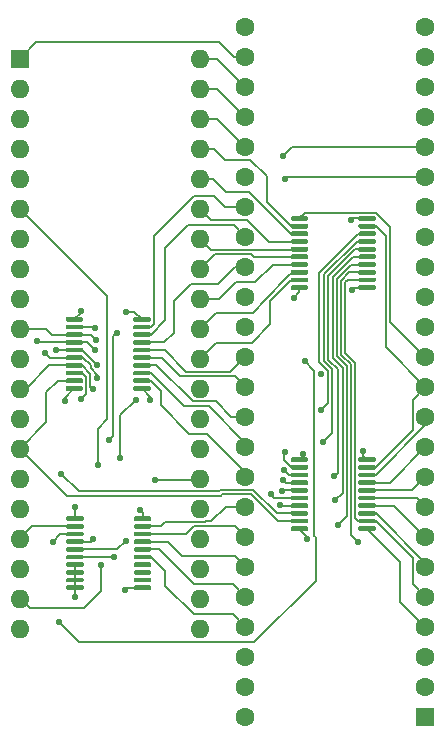
<source format=gtl>
G04 #@! TF.GenerationSoftware,KiCad,Pcbnew,(5.1.8)-1*
G04 #@! TF.CreationDate,2022-03-12T16:36:43-08:00*
G04 #@! TF.ProjectId,MCLZ8_PCB,4d434c5a-385f-4504-9342-2e6b69636164,rev?*
G04 #@! TF.SameCoordinates,Original*
G04 #@! TF.FileFunction,Copper,L1,Top*
G04 #@! TF.FilePolarity,Positive*
%FSLAX46Y46*%
G04 Gerber Fmt 4.6, Leading zero omitted, Abs format (unit mm)*
G04 Created by KiCad (PCBNEW (5.1.8)-1) date 2022-03-12 16:36:43*
%MOMM*%
%LPD*%
G01*
G04 APERTURE LIST*
G04 #@! TA.AperFunction,ComponentPad*
%ADD10O,1.600000X1.600000*%
G04 #@! TD*
G04 #@! TA.AperFunction,ComponentPad*
%ADD11R,1.600000X1.600000*%
G04 #@! TD*
G04 #@! TA.AperFunction,ComponentPad*
%ADD12C,1.600000*%
G04 #@! TD*
G04 #@! TA.AperFunction,ViaPad*
%ADD13C,0.584200*%
G04 #@! TD*
G04 #@! TA.AperFunction,Conductor*
%ADD14C,0.152400*%
G04 #@! TD*
G04 APERTURE END LIST*
D10*
X174452280Y-57929780D03*
X159212280Y-106189780D03*
X174452280Y-60469780D03*
X159212280Y-103649780D03*
X174452280Y-63009780D03*
X159212280Y-101109780D03*
X174452280Y-65549780D03*
X159212280Y-98569780D03*
X174452280Y-68089780D03*
X159212280Y-96029780D03*
X174452280Y-70629780D03*
X159212280Y-93489780D03*
X174452280Y-73169780D03*
X159212280Y-90949780D03*
X174452280Y-75709780D03*
X159212280Y-88409780D03*
X174452280Y-78249780D03*
X159212280Y-85869780D03*
X174452280Y-80789780D03*
X159212280Y-83329780D03*
X174452280Y-83329780D03*
X159212280Y-80789780D03*
X174452280Y-85869780D03*
X159212280Y-78249780D03*
X174452280Y-88409780D03*
X159212280Y-75709780D03*
X174452280Y-90949780D03*
X159212280Y-73169780D03*
X174452280Y-93489780D03*
X159212280Y-70629780D03*
X174452280Y-96029780D03*
X159212280Y-68089780D03*
X174452280Y-98569780D03*
X159212280Y-65549780D03*
X174452280Y-101109780D03*
X159212280Y-63009780D03*
X174452280Y-103649780D03*
X159212280Y-60469780D03*
X174452280Y-106189780D03*
D11*
X159212280Y-57929780D03*
G04 #@! TA.AperFunction,SMDPad,CuDef*
G36*
G01*
X183604880Y-77201280D02*
X183604880Y-77401280D01*
G75*
G02*
X183504880Y-77501280I-100000J0D01*
G01*
X182229880Y-77501280D01*
G75*
G02*
X182129880Y-77401280I0J100000D01*
G01*
X182129880Y-77201280D01*
G75*
G02*
X182229880Y-77101280I100000J0D01*
G01*
X183504880Y-77101280D01*
G75*
G02*
X183604880Y-77201280I0J-100000D01*
G01*
G37*
G04 #@! TD.AperFunction*
G04 #@! TA.AperFunction,SMDPad,CuDef*
G36*
G01*
X183604880Y-76551280D02*
X183604880Y-76751280D01*
G75*
G02*
X183504880Y-76851280I-100000J0D01*
G01*
X182229880Y-76851280D01*
G75*
G02*
X182129880Y-76751280I0J100000D01*
G01*
X182129880Y-76551280D01*
G75*
G02*
X182229880Y-76451280I100000J0D01*
G01*
X183504880Y-76451280D01*
G75*
G02*
X183604880Y-76551280I0J-100000D01*
G01*
G37*
G04 #@! TD.AperFunction*
G04 #@! TA.AperFunction,SMDPad,CuDef*
G36*
G01*
X183604880Y-75901280D02*
X183604880Y-76101280D01*
G75*
G02*
X183504880Y-76201280I-100000J0D01*
G01*
X182229880Y-76201280D01*
G75*
G02*
X182129880Y-76101280I0J100000D01*
G01*
X182129880Y-75901280D01*
G75*
G02*
X182229880Y-75801280I100000J0D01*
G01*
X183504880Y-75801280D01*
G75*
G02*
X183604880Y-75901280I0J-100000D01*
G01*
G37*
G04 #@! TD.AperFunction*
G04 #@! TA.AperFunction,SMDPad,CuDef*
G36*
G01*
X183604880Y-75251280D02*
X183604880Y-75451280D01*
G75*
G02*
X183504880Y-75551280I-100000J0D01*
G01*
X182229880Y-75551280D01*
G75*
G02*
X182129880Y-75451280I0J100000D01*
G01*
X182129880Y-75251280D01*
G75*
G02*
X182229880Y-75151280I100000J0D01*
G01*
X183504880Y-75151280D01*
G75*
G02*
X183604880Y-75251280I0J-100000D01*
G01*
G37*
G04 #@! TD.AperFunction*
G04 #@! TA.AperFunction,SMDPad,CuDef*
G36*
G01*
X183604880Y-74601280D02*
X183604880Y-74801280D01*
G75*
G02*
X183504880Y-74901280I-100000J0D01*
G01*
X182229880Y-74901280D01*
G75*
G02*
X182129880Y-74801280I0J100000D01*
G01*
X182129880Y-74601280D01*
G75*
G02*
X182229880Y-74501280I100000J0D01*
G01*
X183504880Y-74501280D01*
G75*
G02*
X183604880Y-74601280I0J-100000D01*
G01*
G37*
G04 #@! TD.AperFunction*
G04 #@! TA.AperFunction,SMDPad,CuDef*
G36*
G01*
X183604880Y-73951280D02*
X183604880Y-74151280D01*
G75*
G02*
X183504880Y-74251280I-100000J0D01*
G01*
X182229880Y-74251280D01*
G75*
G02*
X182129880Y-74151280I0J100000D01*
G01*
X182129880Y-73951280D01*
G75*
G02*
X182229880Y-73851280I100000J0D01*
G01*
X183504880Y-73851280D01*
G75*
G02*
X183604880Y-73951280I0J-100000D01*
G01*
G37*
G04 #@! TD.AperFunction*
G04 #@! TA.AperFunction,SMDPad,CuDef*
G36*
G01*
X183604880Y-73301280D02*
X183604880Y-73501280D01*
G75*
G02*
X183504880Y-73601280I-100000J0D01*
G01*
X182229880Y-73601280D01*
G75*
G02*
X182129880Y-73501280I0J100000D01*
G01*
X182129880Y-73301280D01*
G75*
G02*
X182229880Y-73201280I100000J0D01*
G01*
X183504880Y-73201280D01*
G75*
G02*
X183604880Y-73301280I0J-100000D01*
G01*
G37*
G04 #@! TD.AperFunction*
G04 #@! TA.AperFunction,SMDPad,CuDef*
G36*
G01*
X183604880Y-72651280D02*
X183604880Y-72851280D01*
G75*
G02*
X183504880Y-72951280I-100000J0D01*
G01*
X182229880Y-72951280D01*
G75*
G02*
X182129880Y-72851280I0J100000D01*
G01*
X182129880Y-72651280D01*
G75*
G02*
X182229880Y-72551280I100000J0D01*
G01*
X183504880Y-72551280D01*
G75*
G02*
X183604880Y-72651280I0J-100000D01*
G01*
G37*
G04 #@! TD.AperFunction*
G04 #@! TA.AperFunction,SMDPad,CuDef*
G36*
G01*
X183604880Y-72001280D02*
X183604880Y-72201280D01*
G75*
G02*
X183504880Y-72301280I-100000J0D01*
G01*
X182229880Y-72301280D01*
G75*
G02*
X182129880Y-72201280I0J100000D01*
G01*
X182129880Y-72001280D01*
G75*
G02*
X182229880Y-71901280I100000J0D01*
G01*
X183504880Y-71901280D01*
G75*
G02*
X183604880Y-72001280I0J-100000D01*
G01*
G37*
G04 #@! TD.AperFunction*
G04 #@! TA.AperFunction,SMDPad,CuDef*
G36*
G01*
X183604880Y-71351280D02*
X183604880Y-71551280D01*
G75*
G02*
X183504880Y-71651280I-100000J0D01*
G01*
X182229880Y-71651280D01*
G75*
G02*
X182129880Y-71551280I0J100000D01*
G01*
X182129880Y-71351280D01*
G75*
G02*
X182229880Y-71251280I100000J0D01*
G01*
X183504880Y-71251280D01*
G75*
G02*
X183604880Y-71351280I0J-100000D01*
G01*
G37*
G04 #@! TD.AperFunction*
G04 #@! TA.AperFunction,SMDPad,CuDef*
G36*
G01*
X189329880Y-71351280D02*
X189329880Y-71551280D01*
G75*
G02*
X189229880Y-71651280I-100000J0D01*
G01*
X187954880Y-71651280D01*
G75*
G02*
X187854880Y-71551280I0J100000D01*
G01*
X187854880Y-71351280D01*
G75*
G02*
X187954880Y-71251280I100000J0D01*
G01*
X189229880Y-71251280D01*
G75*
G02*
X189329880Y-71351280I0J-100000D01*
G01*
G37*
G04 #@! TD.AperFunction*
G04 #@! TA.AperFunction,SMDPad,CuDef*
G36*
G01*
X189329880Y-72001280D02*
X189329880Y-72201280D01*
G75*
G02*
X189229880Y-72301280I-100000J0D01*
G01*
X187954880Y-72301280D01*
G75*
G02*
X187854880Y-72201280I0J100000D01*
G01*
X187854880Y-72001280D01*
G75*
G02*
X187954880Y-71901280I100000J0D01*
G01*
X189229880Y-71901280D01*
G75*
G02*
X189329880Y-72001280I0J-100000D01*
G01*
G37*
G04 #@! TD.AperFunction*
G04 #@! TA.AperFunction,SMDPad,CuDef*
G36*
G01*
X189329880Y-72651280D02*
X189329880Y-72851280D01*
G75*
G02*
X189229880Y-72951280I-100000J0D01*
G01*
X187954880Y-72951280D01*
G75*
G02*
X187854880Y-72851280I0J100000D01*
G01*
X187854880Y-72651280D01*
G75*
G02*
X187954880Y-72551280I100000J0D01*
G01*
X189229880Y-72551280D01*
G75*
G02*
X189329880Y-72651280I0J-100000D01*
G01*
G37*
G04 #@! TD.AperFunction*
G04 #@! TA.AperFunction,SMDPad,CuDef*
G36*
G01*
X189329880Y-73301280D02*
X189329880Y-73501280D01*
G75*
G02*
X189229880Y-73601280I-100000J0D01*
G01*
X187954880Y-73601280D01*
G75*
G02*
X187854880Y-73501280I0J100000D01*
G01*
X187854880Y-73301280D01*
G75*
G02*
X187954880Y-73201280I100000J0D01*
G01*
X189229880Y-73201280D01*
G75*
G02*
X189329880Y-73301280I0J-100000D01*
G01*
G37*
G04 #@! TD.AperFunction*
G04 #@! TA.AperFunction,SMDPad,CuDef*
G36*
G01*
X189329880Y-73951280D02*
X189329880Y-74151280D01*
G75*
G02*
X189229880Y-74251280I-100000J0D01*
G01*
X187954880Y-74251280D01*
G75*
G02*
X187854880Y-74151280I0J100000D01*
G01*
X187854880Y-73951280D01*
G75*
G02*
X187954880Y-73851280I100000J0D01*
G01*
X189229880Y-73851280D01*
G75*
G02*
X189329880Y-73951280I0J-100000D01*
G01*
G37*
G04 #@! TD.AperFunction*
G04 #@! TA.AperFunction,SMDPad,CuDef*
G36*
G01*
X189329880Y-74601280D02*
X189329880Y-74801280D01*
G75*
G02*
X189229880Y-74901280I-100000J0D01*
G01*
X187954880Y-74901280D01*
G75*
G02*
X187854880Y-74801280I0J100000D01*
G01*
X187854880Y-74601280D01*
G75*
G02*
X187954880Y-74501280I100000J0D01*
G01*
X189229880Y-74501280D01*
G75*
G02*
X189329880Y-74601280I0J-100000D01*
G01*
G37*
G04 #@! TD.AperFunction*
G04 #@! TA.AperFunction,SMDPad,CuDef*
G36*
G01*
X189329880Y-75251280D02*
X189329880Y-75451280D01*
G75*
G02*
X189229880Y-75551280I-100000J0D01*
G01*
X187954880Y-75551280D01*
G75*
G02*
X187854880Y-75451280I0J100000D01*
G01*
X187854880Y-75251280D01*
G75*
G02*
X187954880Y-75151280I100000J0D01*
G01*
X189229880Y-75151280D01*
G75*
G02*
X189329880Y-75251280I0J-100000D01*
G01*
G37*
G04 #@! TD.AperFunction*
G04 #@! TA.AperFunction,SMDPad,CuDef*
G36*
G01*
X189329880Y-75901280D02*
X189329880Y-76101280D01*
G75*
G02*
X189229880Y-76201280I-100000J0D01*
G01*
X187954880Y-76201280D01*
G75*
G02*
X187854880Y-76101280I0J100000D01*
G01*
X187854880Y-75901280D01*
G75*
G02*
X187954880Y-75801280I100000J0D01*
G01*
X189229880Y-75801280D01*
G75*
G02*
X189329880Y-75901280I0J-100000D01*
G01*
G37*
G04 #@! TD.AperFunction*
G04 #@! TA.AperFunction,SMDPad,CuDef*
G36*
G01*
X189329880Y-76551280D02*
X189329880Y-76751280D01*
G75*
G02*
X189229880Y-76851280I-100000J0D01*
G01*
X187954880Y-76851280D01*
G75*
G02*
X187854880Y-76751280I0J100000D01*
G01*
X187854880Y-76551280D01*
G75*
G02*
X187954880Y-76451280I100000J0D01*
G01*
X189229880Y-76451280D01*
G75*
G02*
X189329880Y-76551280I0J-100000D01*
G01*
G37*
G04 #@! TD.AperFunction*
G04 #@! TA.AperFunction,SMDPad,CuDef*
G36*
G01*
X189329880Y-77201280D02*
X189329880Y-77401280D01*
G75*
G02*
X189229880Y-77501280I-100000J0D01*
G01*
X187954880Y-77501280D01*
G75*
G02*
X187854880Y-77401280I0J100000D01*
G01*
X187854880Y-77201280D01*
G75*
G02*
X187954880Y-77101280I100000J0D01*
G01*
X189229880Y-77101280D01*
G75*
G02*
X189329880Y-77201280I0J-100000D01*
G01*
G37*
G04 #@! TD.AperFunction*
G04 #@! TA.AperFunction,SMDPad,CuDef*
G36*
G01*
X183604880Y-97620340D02*
X183604880Y-97820340D01*
G75*
G02*
X183504880Y-97920340I-100000J0D01*
G01*
X182229880Y-97920340D01*
G75*
G02*
X182129880Y-97820340I0J100000D01*
G01*
X182129880Y-97620340D01*
G75*
G02*
X182229880Y-97520340I100000J0D01*
G01*
X183504880Y-97520340D01*
G75*
G02*
X183604880Y-97620340I0J-100000D01*
G01*
G37*
G04 #@! TD.AperFunction*
G04 #@! TA.AperFunction,SMDPad,CuDef*
G36*
G01*
X183604880Y-96970340D02*
X183604880Y-97170340D01*
G75*
G02*
X183504880Y-97270340I-100000J0D01*
G01*
X182229880Y-97270340D01*
G75*
G02*
X182129880Y-97170340I0J100000D01*
G01*
X182129880Y-96970340D01*
G75*
G02*
X182229880Y-96870340I100000J0D01*
G01*
X183504880Y-96870340D01*
G75*
G02*
X183604880Y-96970340I0J-100000D01*
G01*
G37*
G04 #@! TD.AperFunction*
G04 #@! TA.AperFunction,SMDPad,CuDef*
G36*
G01*
X183604880Y-96320340D02*
X183604880Y-96520340D01*
G75*
G02*
X183504880Y-96620340I-100000J0D01*
G01*
X182229880Y-96620340D01*
G75*
G02*
X182129880Y-96520340I0J100000D01*
G01*
X182129880Y-96320340D01*
G75*
G02*
X182229880Y-96220340I100000J0D01*
G01*
X183504880Y-96220340D01*
G75*
G02*
X183604880Y-96320340I0J-100000D01*
G01*
G37*
G04 #@! TD.AperFunction*
G04 #@! TA.AperFunction,SMDPad,CuDef*
G36*
G01*
X183604880Y-95670340D02*
X183604880Y-95870340D01*
G75*
G02*
X183504880Y-95970340I-100000J0D01*
G01*
X182229880Y-95970340D01*
G75*
G02*
X182129880Y-95870340I0J100000D01*
G01*
X182129880Y-95670340D01*
G75*
G02*
X182229880Y-95570340I100000J0D01*
G01*
X183504880Y-95570340D01*
G75*
G02*
X183604880Y-95670340I0J-100000D01*
G01*
G37*
G04 #@! TD.AperFunction*
G04 #@! TA.AperFunction,SMDPad,CuDef*
G36*
G01*
X183604880Y-95020340D02*
X183604880Y-95220340D01*
G75*
G02*
X183504880Y-95320340I-100000J0D01*
G01*
X182229880Y-95320340D01*
G75*
G02*
X182129880Y-95220340I0J100000D01*
G01*
X182129880Y-95020340D01*
G75*
G02*
X182229880Y-94920340I100000J0D01*
G01*
X183504880Y-94920340D01*
G75*
G02*
X183604880Y-95020340I0J-100000D01*
G01*
G37*
G04 #@! TD.AperFunction*
G04 #@! TA.AperFunction,SMDPad,CuDef*
G36*
G01*
X183604880Y-94370340D02*
X183604880Y-94570340D01*
G75*
G02*
X183504880Y-94670340I-100000J0D01*
G01*
X182229880Y-94670340D01*
G75*
G02*
X182129880Y-94570340I0J100000D01*
G01*
X182129880Y-94370340D01*
G75*
G02*
X182229880Y-94270340I100000J0D01*
G01*
X183504880Y-94270340D01*
G75*
G02*
X183604880Y-94370340I0J-100000D01*
G01*
G37*
G04 #@! TD.AperFunction*
G04 #@! TA.AperFunction,SMDPad,CuDef*
G36*
G01*
X183604880Y-93720340D02*
X183604880Y-93920340D01*
G75*
G02*
X183504880Y-94020340I-100000J0D01*
G01*
X182229880Y-94020340D01*
G75*
G02*
X182129880Y-93920340I0J100000D01*
G01*
X182129880Y-93720340D01*
G75*
G02*
X182229880Y-93620340I100000J0D01*
G01*
X183504880Y-93620340D01*
G75*
G02*
X183604880Y-93720340I0J-100000D01*
G01*
G37*
G04 #@! TD.AperFunction*
G04 #@! TA.AperFunction,SMDPad,CuDef*
G36*
G01*
X183604880Y-93070340D02*
X183604880Y-93270340D01*
G75*
G02*
X183504880Y-93370340I-100000J0D01*
G01*
X182229880Y-93370340D01*
G75*
G02*
X182129880Y-93270340I0J100000D01*
G01*
X182129880Y-93070340D01*
G75*
G02*
X182229880Y-92970340I100000J0D01*
G01*
X183504880Y-92970340D01*
G75*
G02*
X183604880Y-93070340I0J-100000D01*
G01*
G37*
G04 #@! TD.AperFunction*
G04 #@! TA.AperFunction,SMDPad,CuDef*
G36*
G01*
X183604880Y-92420340D02*
X183604880Y-92620340D01*
G75*
G02*
X183504880Y-92720340I-100000J0D01*
G01*
X182229880Y-92720340D01*
G75*
G02*
X182129880Y-92620340I0J100000D01*
G01*
X182129880Y-92420340D01*
G75*
G02*
X182229880Y-92320340I100000J0D01*
G01*
X183504880Y-92320340D01*
G75*
G02*
X183604880Y-92420340I0J-100000D01*
G01*
G37*
G04 #@! TD.AperFunction*
G04 #@! TA.AperFunction,SMDPad,CuDef*
G36*
G01*
X183604880Y-91770340D02*
X183604880Y-91970340D01*
G75*
G02*
X183504880Y-92070340I-100000J0D01*
G01*
X182229880Y-92070340D01*
G75*
G02*
X182129880Y-91970340I0J100000D01*
G01*
X182129880Y-91770340D01*
G75*
G02*
X182229880Y-91670340I100000J0D01*
G01*
X183504880Y-91670340D01*
G75*
G02*
X183604880Y-91770340I0J-100000D01*
G01*
G37*
G04 #@! TD.AperFunction*
G04 #@! TA.AperFunction,SMDPad,CuDef*
G36*
G01*
X189329880Y-91770340D02*
X189329880Y-91970340D01*
G75*
G02*
X189229880Y-92070340I-100000J0D01*
G01*
X187954880Y-92070340D01*
G75*
G02*
X187854880Y-91970340I0J100000D01*
G01*
X187854880Y-91770340D01*
G75*
G02*
X187954880Y-91670340I100000J0D01*
G01*
X189229880Y-91670340D01*
G75*
G02*
X189329880Y-91770340I0J-100000D01*
G01*
G37*
G04 #@! TD.AperFunction*
G04 #@! TA.AperFunction,SMDPad,CuDef*
G36*
G01*
X189329880Y-92420340D02*
X189329880Y-92620340D01*
G75*
G02*
X189229880Y-92720340I-100000J0D01*
G01*
X187954880Y-92720340D01*
G75*
G02*
X187854880Y-92620340I0J100000D01*
G01*
X187854880Y-92420340D01*
G75*
G02*
X187954880Y-92320340I100000J0D01*
G01*
X189229880Y-92320340D01*
G75*
G02*
X189329880Y-92420340I0J-100000D01*
G01*
G37*
G04 #@! TD.AperFunction*
G04 #@! TA.AperFunction,SMDPad,CuDef*
G36*
G01*
X189329880Y-93070340D02*
X189329880Y-93270340D01*
G75*
G02*
X189229880Y-93370340I-100000J0D01*
G01*
X187954880Y-93370340D01*
G75*
G02*
X187854880Y-93270340I0J100000D01*
G01*
X187854880Y-93070340D01*
G75*
G02*
X187954880Y-92970340I100000J0D01*
G01*
X189229880Y-92970340D01*
G75*
G02*
X189329880Y-93070340I0J-100000D01*
G01*
G37*
G04 #@! TD.AperFunction*
G04 #@! TA.AperFunction,SMDPad,CuDef*
G36*
G01*
X189329880Y-93720340D02*
X189329880Y-93920340D01*
G75*
G02*
X189229880Y-94020340I-100000J0D01*
G01*
X187954880Y-94020340D01*
G75*
G02*
X187854880Y-93920340I0J100000D01*
G01*
X187854880Y-93720340D01*
G75*
G02*
X187954880Y-93620340I100000J0D01*
G01*
X189229880Y-93620340D01*
G75*
G02*
X189329880Y-93720340I0J-100000D01*
G01*
G37*
G04 #@! TD.AperFunction*
G04 #@! TA.AperFunction,SMDPad,CuDef*
G36*
G01*
X189329880Y-94370340D02*
X189329880Y-94570340D01*
G75*
G02*
X189229880Y-94670340I-100000J0D01*
G01*
X187954880Y-94670340D01*
G75*
G02*
X187854880Y-94570340I0J100000D01*
G01*
X187854880Y-94370340D01*
G75*
G02*
X187954880Y-94270340I100000J0D01*
G01*
X189229880Y-94270340D01*
G75*
G02*
X189329880Y-94370340I0J-100000D01*
G01*
G37*
G04 #@! TD.AperFunction*
G04 #@! TA.AperFunction,SMDPad,CuDef*
G36*
G01*
X189329880Y-95020340D02*
X189329880Y-95220340D01*
G75*
G02*
X189229880Y-95320340I-100000J0D01*
G01*
X187954880Y-95320340D01*
G75*
G02*
X187854880Y-95220340I0J100000D01*
G01*
X187854880Y-95020340D01*
G75*
G02*
X187954880Y-94920340I100000J0D01*
G01*
X189229880Y-94920340D01*
G75*
G02*
X189329880Y-95020340I0J-100000D01*
G01*
G37*
G04 #@! TD.AperFunction*
G04 #@! TA.AperFunction,SMDPad,CuDef*
G36*
G01*
X189329880Y-95670340D02*
X189329880Y-95870340D01*
G75*
G02*
X189229880Y-95970340I-100000J0D01*
G01*
X187954880Y-95970340D01*
G75*
G02*
X187854880Y-95870340I0J100000D01*
G01*
X187854880Y-95670340D01*
G75*
G02*
X187954880Y-95570340I100000J0D01*
G01*
X189229880Y-95570340D01*
G75*
G02*
X189329880Y-95670340I0J-100000D01*
G01*
G37*
G04 #@! TD.AperFunction*
G04 #@! TA.AperFunction,SMDPad,CuDef*
G36*
G01*
X189329880Y-96320340D02*
X189329880Y-96520340D01*
G75*
G02*
X189229880Y-96620340I-100000J0D01*
G01*
X187954880Y-96620340D01*
G75*
G02*
X187854880Y-96520340I0J100000D01*
G01*
X187854880Y-96320340D01*
G75*
G02*
X187954880Y-96220340I100000J0D01*
G01*
X189229880Y-96220340D01*
G75*
G02*
X189329880Y-96320340I0J-100000D01*
G01*
G37*
G04 #@! TD.AperFunction*
G04 #@! TA.AperFunction,SMDPad,CuDef*
G36*
G01*
X189329880Y-96970340D02*
X189329880Y-97170340D01*
G75*
G02*
X189229880Y-97270340I-100000J0D01*
G01*
X187954880Y-97270340D01*
G75*
G02*
X187854880Y-97170340I0J100000D01*
G01*
X187854880Y-96970340D01*
G75*
G02*
X187954880Y-96870340I100000J0D01*
G01*
X189229880Y-96870340D01*
G75*
G02*
X189329880Y-96970340I0J-100000D01*
G01*
G37*
G04 #@! TD.AperFunction*
G04 #@! TA.AperFunction,SMDPad,CuDef*
G36*
G01*
X189329880Y-97620340D02*
X189329880Y-97820340D01*
G75*
G02*
X189229880Y-97920340I-100000J0D01*
G01*
X187954880Y-97920340D01*
G75*
G02*
X187854880Y-97820340I0J100000D01*
G01*
X187854880Y-97620340D01*
G75*
G02*
X187954880Y-97520340I100000J0D01*
G01*
X189229880Y-97520340D01*
G75*
G02*
X189329880Y-97620340I0J-100000D01*
G01*
G37*
G04 #@! TD.AperFunction*
G04 #@! TA.AperFunction,SMDPad,CuDef*
G36*
G01*
X168845520Y-96971600D02*
X168845520Y-96771600D01*
G75*
G02*
X168945520Y-96671600I100000J0D01*
G01*
X170220520Y-96671600D01*
G75*
G02*
X170320520Y-96771600I0J-100000D01*
G01*
X170320520Y-96971600D01*
G75*
G02*
X170220520Y-97071600I-100000J0D01*
G01*
X168945520Y-97071600D01*
G75*
G02*
X168845520Y-96971600I0J100000D01*
G01*
G37*
G04 #@! TD.AperFunction*
G04 #@! TA.AperFunction,SMDPad,CuDef*
G36*
G01*
X168845520Y-97621600D02*
X168845520Y-97421600D01*
G75*
G02*
X168945520Y-97321600I100000J0D01*
G01*
X170220520Y-97321600D01*
G75*
G02*
X170320520Y-97421600I0J-100000D01*
G01*
X170320520Y-97621600D01*
G75*
G02*
X170220520Y-97721600I-100000J0D01*
G01*
X168945520Y-97721600D01*
G75*
G02*
X168845520Y-97621600I0J100000D01*
G01*
G37*
G04 #@! TD.AperFunction*
G04 #@! TA.AperFunction,SMDPad,CuDef*
G36*
G01*
X168845520Y-98271600D02*
X168845520Y-98071600D01*
G75*
G02*
X168945520Y-97971600I100000J0D01*
G01*
X170220520Y-97971600D01*
G75*
G02*
X170320520Y-98071600I0J-100000D01*
G01*
X170320520Y-98271600D01*
G75*
G02*
X170220520Y-98371600I-100000J0D01*
G01*
X168945520Y-98371600D01*
G75*
G02*
X168845520Y-98271600I0J100000D01*
G01*
G37*
G04 #@! TD.AperFunction*
G04 #@! TA.AperFunction,SMDPad,CuDef*
G36*
G01*
X168845520Y-98921600D02*
X168845520Y-98721600D01*
G75*
G02*
X168945520Y-98621600I100000J0D01*
G01*
X170220520Y-98621600D01*
G75*
G02*
X170320520Y-98721600I0J-100000D01*
G01*
X170320520Y-98921600D01*
G75*
G02*
X170220520Y-99021600I-100000J0D01*
G01*
X168945520Y-99021600D01*
G75*
G02*
X168845520Y-98921600I0J100000D01*
G01*
G37*
G04 #@! TD.AperFunction*
G04 #@! TA.AperFunction,SMDPad,CuDef*
G36*
G01*
X168845520Y-99571600D02*
X168845520Y-99371600D01*
G75*
G02*
X168945520Y-99271600I100000J0D01*
G01*
X170220520Y-99271600D01*
G75*
G02*
X170320520Y-99371600I0J-100000D01*
G01*
X170320520Y-99571600D01*
G75*
G02*
X170220520Y-99671600I-100000J0D01*
G01*
X168945520Y-99671600D01*
G75*
G02*
X168845520Y-99571600I0J100000D01*
G01*
G37*
G04 #@! TD.AperFunction*
G04 #@! TA.AperFunction,SMDPad,CuDef*
G36*
G01*
X168845520Y-100221600D02*
X168845520Y-100021600D01*
G75*
G02*
X168945520Y-99921600I100000J0D01*
G01*
X170220520Y-99921600D01*
G75*
G02*
X170320520Y-100021600I0J-100000D01*
G01*
X170320520Y-100221600D01*
G75*
G02*
X170220520Y-100321600I-100000J0D01*
G01*
X168945520Y-100321600D01*
G75*
G02*
X168845520Y-100221600I0J100000D01*
G01*
G37*
G04 #@! TD.AperFunction*
G04 #@! TA.AperFunction,SMDPad,CuDef*
G36*
G01*
X168845520Y-100871600D02*
X168845520Y-100671600D01*
G75*
G02*
X168945520Y-100571600I100000J0D01*
G01*
X170220520Y-100571600D01*
G75*
G02*
X170320520Y-100671600I0J-100000D01*
G01*
X170320520Y-100871600D01*
G75*
G02*
X170220520Y-100971600I-100000J0D01*
G01*
X168945520Y-100971600D01*
G75*
G02*
X168845520Y-100871600I0J100000D01*
G01*
G37*
G04 #@! TD.AperFunction*
G04 #@! TA.AperFunction,SMDPad,CuDef*
G36*
G01*
X168845520Y-101521600D02*
X168845520Y-101321600D01*
G75*
G02*
X168945520Y-101221600I100000J0D01*
G01*
X170220520Y-101221600D01*
G75*
G02*
X170320520Y-101321600I0J-100000D01*
G01*
X170320520Y-101521600D01*
G75*
G02*
X170220520Y-101621600I-100000J0D01*
G01*
X168945520Y-101621600D01*
G75*
G02*
X168845520Y-101521600I0J100000D01*
G01*
G37*
G04 #@! TD.AperFunction*
G04 #@! TA.AperFunction,SMDPad,CuDef*
G36*
G01*
X168845520Y-102171600D02*
X168845520Y-101971600D01*
G75*
G02*
X168945520Y-101871600I100000J0D01*
G01*
X170220520Y-101871600D01*
G75*
G02*
X170320520Y-101971600I0J-100000D01*
G01*
X170320520Y-102171600D01*
G75*
G02*
X170220520Y-102271600I-100000J0D01*
G01*
X168945520Y-102271600D01*
G75*
G02*
X168845520Y-102171600I0J100000D01*
G01*
G37*
G04 #@! TD.AperFunction*
G04 #@! TA.AperFunction,SMDPad,CuDef*
G36*
G01*
X168845520Y-102821600D02*
X168845520Y-102621600D01*
G75*
G02*
X168945520Y-102521600I100000J0D01*
G01*
X170220520Y-102521600D01*
G75*
G02*
X170320520Y-102621600I0J-100000D01*
G01*
X170320520Y-102821600D01*
G75*
G02*
X170220520Y-102921600I-100000J0D01*
G01*
X168945520Y-102921600D01*
G75*
G02*
X168845520Y-102821600I0J100000D01*
G01*
G37*
G04 #@! TD.AperFunction*
G04 #@! TA.AperFunction,SMDPad,CuDef*
G36*
G01*
X163120520Y-102821600D02*
X163120520Y-102621600D01*
G75*
G02*
X163220520Y-102521600I100000J0D01*
G01*
X164495520Y-102521600D01*
G75*
G02*
X164595520Y-102621600I0J-100000D01*
G01*
X164595520Y-102821600D01*
G75*
G02*
X164495520Y-102921600I-100000J0D01*
G01*
X163220520Y-102921600D01*
G75*
G02*
X163120520Y-102821600I0J100000D01*
G01*
G37*
G04 #@! TD.AperFunction*
G04 #@! TA.AperFunction,SMDPad,CuDef*
G36*
G01*
X163120520Y-102171600D02*
X163120520Y-101971600D01*
G75*
G02*
X163220520Y-101871600I100000J0D01*
G01*
X164495520Y-101871600D01*
G75*
G02*
X164595520Y-101971600I0J-100000D01*
G01*
X164595520Y-102171600D01*
G75*
G02*
X164495520Y-102271600I-100000J0D01*
G01*
X163220520Y-102271600D01*
G75*
G02*
X163120520Y-102171600I0J100000D01*
G01*
G37*
G04 #@! TD.AperFunction*
G04 #@! TA.AperFunction,SMDPad,CuDef*
G36*
G01*
X163120520Y-101521600D02*
X163120520Y-101321600D01*
G75*
G02*
X163220520Y-101221600I100000J0D01*
G01*
X164495520Y-101221600D01*
G75*
G02*
X164595520Y-101321600I0J-100000D01*
G01*
X164595520Y-101521600D01*
G75*
G02*
X164495520Y-101621600I-100000J0D01*
G01*
X163220520Y-101621600D01*
G75*
G02*
X163120520Y-101521600I0J100000D01*
G01*
G37*
G04 #@! TD.AperFunction*
G04 #@! TA.AperFunction,SMDPad,CuDef*
G36*
G01*
X163120520Y-100871600D02*
X163120520Y-100671600D01*
G75*
G02*
X163220520Y-100571600I100000J0D01*
G01*
X164495520Y-100571600D01*
G75*
G02*
X164595520Y-100671600I0J-100000D01*
G01*
X164595520Y-100871600D01*
G75*
G02*
X164495520Y-100971600I-100000J0D01*
G01*
X163220520Y-100971600D01*
G75*
G02*
X163120520Y-100871600I0J100000D01*
G01*
G37*
G04 #@! TD.AperFunction*
G04 #@! TA.AperFunction,SMDPad,CuDef*
G36*
G01*
X163120520Y-100221600D02*
X163120520Y-100021600D01*
G75*
G02*
X163220520Y-99921600I100000J0D01*
G01*
X164495520Y-99921600D01*
G75*
G02*
X164595520Y-100021600I0J-100000D01*
G01*
X164595520Y-100221600D01*
G75*
G02*
X164495520Y-100321600I-100000J0D01*
G01*
X163220520Y-100321600D01*
G75*
G02*
X163120520Y-100221600I0J100000D01*
G01*
G37*
G04 #@! TD.AperFunction*
G04 #@! TA.AperFunction,SMDPad,CuDef*
G36*
G01*
X163120520Y-99571600D02*
X163120520Y-99371600D01*
G75*
G02*
X163220520Y-99271600I100000J0D01*
G01*
X164495520Y-99271600D01*
G75*
G02*
X164595520Y-99371600I0J-100000D01*
G01*
X164595520Y-99571600D01*
G75*
G02*
X164495520Y-99671600I-100000J0D01*
G01*
X163220520Y-99671600D01*
G75*
G02*
X163120520Y-99571600I0J100000D01*
G01*
G37*
G04 #@! TD.AperFunction*
G04 #@! TA.AperFunction,SMDPad,CuDef*
G36*
G01*
X163120520Y-98921600D02*
X163120520Y-98721600D01*
G75*
G02*
X163220520Y-98621600I100000J0D01*
G01*
X164495520Y-98621600D01*
G75*
G02*
X164595520Y-98721600I0J-100000D01*
G01*
X164595520Y-98921600D01*
G75*
G02*
X164495520Y-99021600I-100000J0D01*
G01*
X163220520Y-99021600D01*
G75*
G02*
X163120520Y-98921600I0J100000D01*
G01*
G37*
G04 #@! TD.AperFunction*
G04 #@! TA.AperFunction,SMDPad,CuDef*
G36*
G01*
X163120520Y-98271600D02*
X163120520Y-98071600D01*
G75*
G02*
X163220520Y-97971600I100000J0D01*
G01*
X164495520Y-97971600D01*
G75*
G02*
X164595520Y-98071600I0J-100000D01*
G01*
X164595520Y-98271600D01*
G75*
G02*
X164495520Y-98371600I-100000J0D01*
G01*
X163220520Y-98371600D01*
G75*
G02*
X163120520Y-98271600I0J100000D01*
G01*
G37*
G04 #@! TD.AperFunction*
G04 #@! TA.AperFunction,SMDPad,CuDef*
G36*
G01*
X163120520Y-97621600D02*
X163120520Y-97421600D01*
G75*
G02*
X163220520Y-97321600I100000J0D01*
G01*
X164495520Y-97321600D01*
G75*
G02*
X164595520Y-97421600I0J-100000D01*
G01*
X164595520Y-97621600D01*
G75*
G02*
X164495520Y-97721600I-100000J0D01*
G01*
X163220520Y-97721600D01*
G75*
G02*
X163120520Y-97621600I0J100000D01*
G01*
G37*
G04 #@! TD.AperFunction*
G04 #@! TA.AperFunction,SMDPad,CuDef*
G36*
G01*
X163120520Y-96971600D02*
X163120520Y-96771600D01*
G75*
G02*
X163220520Y-96671600I100000J0D01*
G01*
X164495520Y-96671600D01*
G75*
G02*
X164595520Y-96771600I0J-100000D01*
G01*
X164595520Y-96971600D01*
G75*
G02*
X164495520Y-97071600I-100000J0D01*
G01*
X163220520Y-97071600D01*
G75*
G02*
X163120520Y-96971600I0J100000D01*
G01*
G37*
G04 #@! TD.AperFunction*
G04 #@! TA.AperFunction,SMDPad,CuDef*
G36*
G01*
X168792180Y-80095840D02*
X168792180Y-79895840D01*
G75*
G02*
X168892180Y-79795840I100000J0D01*
G01*
X170167180Y-79795840D01*
G75*
G02*
X170267180Y-79895840I0J-100000D01*
G01*
X170267180Y-80095840D01*
G75*
G02*
X170167180Y-80195840I-100000J0D01*
G01*
X168892180Y-80195840D01*
G75*
G02*
X168792180Y-80095840I0J100000D01*
G01*
G37*
G04 #@! TD.AperFunction*
G04 #@! TA.AperFunction,SMDPad,CuDef*
G36*
G01*
X168792180Y-80745840D02*
X168792180Y-80545840D01*
G75*
G02*
X168892180Y-80445840I100000J0D01*
G01*
X170167180Y-80445840D01*
G75*
G02*
X170267180Y-80545840I0J-100000D01*
G01*
X170267180Y-80745840D01*
G75*
G02*
X170167180Y-80845840I-100000J0D01*
G01*
X168892180Y-80845840D01*
G75*
G02*
X168792180Y-80745840I0J100000D01*
G01*
G37*
G04 #@! TD.AperFunction*
G04 #@! TA.AperFunction,SMDPad,CuDef*
G36*
G01*
X168792180Y-81395840D02*
X168792180Y-81195840D01*
G75*
G02*
X168892180Y-81095840I100000J0D01*
G01*
X170167180Y-81095840D01*
G75*
G02*
X170267180Y-81195840I0J-100000D01*
G01*
X170267180Y-81395840D01*
G75*
G02*
X170167180Y-81495840I-100000J0D01*
G01*
X168892180Y-81495840D01*
G75*
G02*
X168792180Y-81395840I0J100000D01*
G01*
G37*
G04 #@! TD.AperFunction*
G04 #@! TA.AperFunction,SMDPad,CuDef*
G36*
G01*
X168792180Y-82045840D02*
X168792180Y-81845840D01*
G75*
G02*
X168892180Y-81745840I100000J0D01*
G01*
X170167180Y-81745840D01*
G75*
G02*
X170267180Y-81845840I0J-100000D01*
G01*
X170267180Y-82045840D01*
G75*
G02*
X170167180Y-82145840I-100000J0D01*
G01*
X168892180Y-82145840D01*
G75*
G02*
X168792180Y-82045840I0J100000D01*
G01*
G37*
G04 #@! TD.AperFunction*
G04 #@! TA.AperFunction,SMDPad,CuDef*
G36*
G01*
X168792180Y-82695840D02*
X168792180Y-82495840D01*
G75*
G02*
X168892180Y-82395840I100000J0D01*
G01*
X170167180Y-82395840D01*
G75*
G02*
X170267180Y-82495840I0J-100000D01*
G01*
X170267180Y-82695840D01*
G75*
G02*
X170167180Y-82795840I-100000J0D01*
G01*
X168892180Y-82795840D01*
G75*
G02*
X168792180Y-82695840I0J100000D01*
G01*
G37*
G04 #@! TD.AperFunction*
G04 #@! TA.AperFunction,SMDPad,CuDef*
G36*
G01*
X168792180Y-83345840D02*
X168792180Y-83145840D01*
G75*
G02*
X168892180Y-83045840I100000J0D01*
G01*
X170167180Y-83045840D01*
G75*
G02*
X170267180Y-83145840I0J-100000D01*
G01*
X170267180Y-83345840D01*
G75*
G02*
X170167180Y-83445840I-100000J0D01*
G01*
X168892180Y-83445840D01*
G75*
G02*
X168792180Y-83345840I0J100000D01*
G01*
G37*
G04 #@! TD.AperFunction*
G04 #@! TA.AperFunction,SMDPad,CuDef*
G36*
G01*
X168792180Y-83995840D02*
X168792180Y-83795840D01*
G75*
G02*
X168892180Y-83695840I100000J0D01*
G01*
X170167180Y-83695840D01*
G75*
G02*
X170267180Y-83795840I0J-100000D01*
G01*
X170267180Y-83995840D01*
G75*
G02*
X170167180Y-84095840I-100000J0D01*
G01*
X168892180Y-84095840D01*
G75*
G02*
X168792180Y-83995840I0J100000D01*
G01*
G37*
G04 #@! TD.AperFunction*
G04 #@! TA.AperFunction,SMDPad,CuDef*
G36*
G01*
X168792180Y-84645840D02*
X168792180Y-84445840D01*
G75*
G02*
X168892180Y-84345840I100000J0D01*
G01*
X170167180Y-84345840D01*
G75*
G02*
X170267180Y-84445840I0J-100000D01*
G01*
X170267180Y-84645840D01*
G75*
G02*
X170167180Y-84745840I-100000J0D01*
G01*
X168892180Y-84745840D01*
G75*
G02*
X168792180Y-84645840I0J100000D01*
G01*
G37*
G04 #@! TD.AperFunction*
G04 #@! TA.AperFunction,SMDPad,CuDef*
G36*
G01*
X168792180Y-85295840D02*
X168792180Y-85095840D01*
G75*
G02*
X168892180Y-84995840I100000J0D01*
G01*
X170167180Y-84995840D01*
G75*
G02*
X170267180Y-85095840I0J-100000D01*
G01*
X170267180Y-85295840D01*
G75*
G02*
X170167180Y-85395840I-100000J0D01*
G01*
X168892180Y-85395840D01*
G75*
G02*
X168792180Y-85295840I0J100000D01*
G01*
G37*
G04 #@! TD.AperFunction*
G04 #@! TA.AperFunction,SMDPad,CuDef*
G36*
G01*
X168792180Y-85945840D02*
X168792180Y-85745840D01*
G75*
G02*
X168892180Y-85645840I100000J0D01*
G01*
X170167180Y-85645840D01*
G75*
G02*
X170267180Y-85745840I0J-100000D01*
G01*
X170267180Y-85945840D01*
G75*
G02*
X170167180Y-86045840I-100000J0D01*
G01*
X168892180Y-86045840D01*
G75*
G02*
X168792180Y-85945840I0J100000D01*
G01*
G37*
G04 #@! TD.AperFunction*
G04 #@! TA.AperFunction,SMDPad,CuDef*
G36*
G01*
X163067180Y-85945840D02*
X163067180Y-85745840D01*
G75*
G02*
X163167180Y-85645840I100000J0D01*
G01*
X164442180Y-85645840D01*
G75*
G02*
X164542180Y-85745840I0J-100000D01*
G01*
X164542180Y-85945840D01*
G75*
G02*
X164442180Y-86045840I-100000J0D01*
G01*
X163167180Y-86045840D01*
G75*
G02*
X163067180Y-85945840I0J100000D01*
G01*
G37*
G04 #@! TD.AperFunction*
G04 #@! TA.AperFunction,SMDPad,CuDef*
G36*
G01*
X163067180Y-85295840D02*
X163067180Y-85095840D01*
G75*
G02*
X163167180Y-84995840I100000J0D01*
G01*
X164442180Y-84995840D01*
G75*
G02*
X164542180Y-85095840I0J-100000D01*
G01*
X164542180Y-85295840D01*
G75*
G02*
X164442180Y-85395840I-100000J0D01*
G01*
X163167180Y-85395840D01*
G75*
G02*
X163067180Y-85295840I0J100000D01*
G01*
G37*
G04 #@! TD.AperFunction*
G04 #@! TA.AperFunction,SMDPad,CuDef*
G36*
G01*
X163067180Y-84645840D02*
X163067180Y-84445840D01*
G75*
G02*
X163167180Y-84345840I100000J0D01*
G01*
X164442180Y-84345840D01*
G75*
G02*
X164542180Y-84445840I0J-100000D01*
G01*
X164542180Y-84645840D01*
G75*
G02*
X164442180Y-84745840I-100000J0D01*
G01*
X163167180Y-84745840D01*
G75*
G02*
X163067180Y-84645840I0J100000D01*
G01*
G37*
G04 #@! TD.AperFunction*
G04 #@! TA.AperFunction,SMDPad,CuDef*
G36*
G01*
X163067180Y-83995840D02*
X163067180Y-83795840D01*
G75*
G02*
X163167180Y-83695840I100000J0D01*
G01*
X164442180Y-83695840D01*
G75*
G02*
X164542180Y-83795840I0J-100000D01*
G01*
X164542180Y-83995840D01*
G75*
G02*
X164442180Y-84095840I-100000J0D01*
G01*
X163167180Y-84095840D01*
G75*
G02*
X163067180Y-83995840I0J100000D01*
G01*
G37*
G04 #@! TD.AperFunction*
G04 #@! TA.AperFunction,SMDPad,CuDef*
G36*
G01*
X163067180Y-83345840D02*
X163067180Y-83145840D01*
G75*
G02*
X163167180Y-83045840I100000J0D01*
G01*
X164442180Y-83045840D01*
G75*
G02*
X164542180Y-83145840I0J-100000D01*
G01*
X164542180Y-83345840D01*
G75*
G02*
X164442180Y-83445840I-100000J0D01*
G01*
X163167180Y-83445840D01*
G75*
G02*
X163067180Y-83345840I0J100000D01*
G01*
G37*
G04 #@! TD.AperFunction*
G04 #@! TA.AperFunction,SMDPad,CuDef*
G36*
G01*
X163067180Y-82695840D02*
X163067180Y-82495840D01*
G75*
G02*
X163167180Y-82395840I100000J0D01*
G01*
X164442180Y-82395840D01*
G75*
G02*
X164542180Y-82495840I0J-100000D01*
G01*
X164542180Y-82695840D01*
G75*
G02*
X164442180Y-82795840I-100000J0D01*
G01*
X163167180Y-82795840D01*
G75*
G02*
X163067180Y-82695840I0J100000D01*
G01*
G37*
G04 #@! TD.AperFunction*
G04 #@! TA.AperFunction,SMDPad,CuDef*
G36*
G01*
X163067180Y-82045840D02*
X163067180Y-81845840D01*
G75*
G02*
X163167180Y-81745840I100000J0D01*
G01*
X164442180Y-81745840D01*
G75*
G02*
X164542180Y-81845840I0J-100000D01*
G01*
X164542180Y-82045840D01*
G75*
G02*
X164442180Y-82145840I-100000J0D01*
G01*
X163167180Y-82145840D01*
G75*
G02*
X163067180Y-82045840I0J100000D01*
G01*
G37*
G04 #@! TD.AperFunction*
G04 #@! TA.AperFunction,SMDPad,CuDef*
G36*
G01*
X163067180Y-81395840D02*
X163067180Y-81195840D01*
G75*
G02*
X163167180Y-81095840I100000J0D01*
G01*
X164442180Y-81095840D01*
G75*
G02*
X164542180Y-81195840I0J-100000D01*
G01*
X164542180Y-81395840D01*
G75*
G02*
X164442180Y-81495840I-100000J0D01*
G01*
X163167180Y-81495840D01*
G75*
G02*
X163067180Y-81395840I0J100000D01*
G01*
G37*
G04 #@! TD.AperFunction*
G04 #@! TA.AperFunction,SMDPad,CuDef*
G36*
G01*
X163067180Y-80745840D02*
X163067180Y-80545840D01*
G75*
G02*
X163167180Y-80445840I100000J0D01*
G01*
X164442180Y-80445840D01*
G75*
G02*
X164542180Y-80545840I0J-100000D01*
G01*
X164542180Y-80745840D01*
G75*
G02*
X164442180Y-80845840I-100000J0D01*
G01*
X163167180Y-80845840D01*
G75*
G02*
X163067180Y-80745840I0J100000D01*
G01*
G37*
G04 #@! TD.AperFunction*
G04 #@! TA.AperFunction,SMDPad,CuDef*
G36*
G01*
X163067180Y-80095840D02*
X163067180Y-79895840D01*
G75*
G02*
X163167180Y-79795840I100000J0D01*
G01*
X164442180Y-79795840D01*
G75*
G02*
X164542180Y-79895840I0J-100000D01*
G01*
X164542180Y-80095840D01*
G75*
G02*
X164442180Y-80195840I-100000J0D01*
G01*
X163167180Y-80195840D01*
G75*
G02*
X163067180Y-80095840I0J100000D01*
G01*
G37*
G04 #@! TD.AperFunction*
D12*
X178290220Y-113644680D03*
X178290220Y-111104680D03*
X178290220Y-108564680D03*
X178290220Y-106024680D03*
X178290220Y-103484680D03*
X178290220Y-100944680D03*
X178290220Y-98404680D03*
X178290220Y-95864680D03*
X178290220Y-93324680D03*
X178290220Y-90784680D03*
X178290220Y-88244680D03*
X178290220Y-85704680D03*
X178290220Y-83164680D03*
X178290220Y-80624680D03*
D11*
X193530220Y-113644680D03*
D12*
X193530220Y-111104680D03*
X193530220Y-108564680D03*
X193530220Y-106024680D03*
X193530220Y-103484680D03*
X193530220Y-100944680D03*
X193530220Y-98404680D03*
X193530220Y-95864680D03*
X193530220Y-93324680D03*
X193530220Y-90784680D03*
X193530220Y-88244680D03*
X193530220Y-85704680D03*
X193530220Y-83164680D03*
X178290220Y-78084680D03*
X178290220Y-75544680D03*
X178290220Y-73004680D03*
X178290220Y-70464680D03*
X178290220Y-67924680D03*
X178290220Y-65384680D03*
X178290220Y-62844680D03*
X178290220Y-60304680D03*
X178290220Y-57764680D03*
X178290220Y-55224680D03*
X193530220Y-55224680D03*
X193530220Y-57764680D03*
X193530220Y-60304680D03*
X193530220Y-62844680D03*
X193530220Y-80624680D03*
X193530220Y-78084680D03*
X193530220Y-75544680D03*
X193530220Y-65384680D03*
X193530220Y-67924680D03*
X193530220Y-70464680D03*
X193530220Y-73004680D03*
D13*
X163901656Y-95861604D03*
X187190380Y-71543380D03*
X187319186Y-77479426D03*
X163837620Y-103479600D03*
X188247020Y-91178380D03*
X162991800Y-86895940D03*
X164383720Y-79265780D03*
X182387240Y-78191360D03*
X169400220Y-96131380D03*
X168079420Y-102910640D03*
X183205120Y-91414600D03*
X170253969Y-86823363D03*
X168216580Y-79329280D03*
X183542940Y-98623122D03*
X187792360Y-98844100D03*
X186171842Y-97368360D03*
X185917838Y-95275400D03*
X185808620Y-93291660D03*
X184861200Y-90360500D03*
X184690370Y-87668100D03*
X165790880Y-92293440D03*
X165415610Y-98595180D03*
X162001200Y-98800920D03*
X164386065Y-86729026D03*
X162699700Y-93065600D03*
X165386716Y-85920303D03*
X181250637Y-95688650D03*
X161320480Y-82821780D03*
X180421280Y-94787720D03*
X165739111Y-84981058D03*
X162255200Y-82598260D03*
X181416960Y-94503240D03*
X165757122Y-83876618D03*
X160609280Y-81805780D03*
X165564820Y-82616040D03*
X181498240Y-93588840D03*
X165615620Y-81701640D03*
X181538880Y-92745560D03*
X165539420Y-80688180D03*
X181620160Y-91186000D03*
X167165020Y-100081080D03*
X170657520Y-93553280D03*
X184690370Y-84602225D03*
X183309260Y-83550760D03*
X162501580Y-105608120D03*
X181460140Y-66164460D03*
X167403782Y-81132680D03*
X166768780Y-90213182D03*
X181637940Y-68117720D03*
X167708580Y-91719400D03*
X166070280Y-100820220D03*
X169011600Y-86809580D03*
X168160700Y-98729800D03*
D14*
X163858020Y-102721600D02*
X163858020Y-102071600D01*
X163858020Y-102071600D02*
X163858020Y-101421600D01*
X163858020Y-101421600D02*
X163858020Y-100771600D01*
X163858020Y-96871600D02*
X163858020Y-95905240D01*
X163858020Y-95905240D02*
X163901656Y-95861604D01*
X188592380Y-71451280D02*
X187282480Y-71451280D01*
X187282480Y-71451280D02*
X187190380Y-71543380D01*
X188592380Y-77301280D02*
X187497332Y-77301280D01*
X187497332Y-77301280D02*
X187319186Y-77479426D01*
X163858020Y-102721600D02*
X163858020Y-103459200D01*
X163858020Y-103459200D02*
X163837620Y-103479600D01*
X188592380Y-91870340D02*
X188247020Y-91524980D01*
X188247020Y-91524980D02*
X188247020Y-91178380D01*
X163804680Y-85845840D02*
X162991800Y-86658720D01*
X162991800Y-86658720D02*
X162991800Y-86895940D01*
X163804680Y-79995840D02*
X164383720Y-79416800D01*
X164383720Y-79416800D02*
X164383720Y-79265780D01*
X182867380Y-77711220D02*
X182387240Y-78191360D01*
X182867380Y-77301280D02*
X182867380Y-77711220D01*
X169583020Y-96871600D02*
X169583020Y-96314180D01*
X169583020Y-96314180D02*
X169400220Y-96131380D01*
X169583020Y-102721600D02*
X168268460Y-102721600D01*
X168268460Y-102721600D02*
X168079420Y-102910640D01*
X182867380Y-91870340D02*
X183205120Y-91532600D01*
X183205120Y-91532600D02*
X183205120Y-91414600D01*
X169529680Y-85845840D02*
X170253969Y-86570129D01*
X170253969Y-86570129D02*
X170253969Y-86823363D01*
X169529680Y-79995840D02*
X168863120Y-79329280D01*
X168863120Y-79329280D02*
X168216580Y-79329280D01*
X183542940Y-98395900D02*
X183542940Y-98623122D01*
X182867380Y-97720340D02*
X183542940Y-98395900D01*
X171472860Y-101273940D02*
X170320520Y-100121600D01*
X171472860Y-102529640D02*
X171472860Y-101273940D01*
X170320520Y-100121600D02*
X169583020Y-100121600D01*
X173906180Y-104962960D02*
X171472860Y-102529640D01*
X177228500Y-104962960D02*
X173906180Y-104962960D01*
X178290220Y-106024680D02*
X177228500Y-104962960D01*
X177379119Y-100033579D02*
X172911259Y-100033579D01*
X178290220Y-100944680D02*
X177379119Y-100033579D01*
X171699280Y-98821600D02*
X169583020Y-98821600D01*
X172911259Y-100033579D02*
X171699280Y-98821600D01*
X173935703Y-97493579D02*
X173257682Y-98171600D01*
X173257682Y-98171600D02*
X169583020Y-98171600D01*
X178290220Y-98404680D02*
X177379119Y-97493579D01*
X177379119Y-97493579D02*
X173935703Y-97493579D01*
X171126580Y-97521600D02*
X169583020Y-97521600D01*
X171523660Y-97124520D02*
X171126580Y-97521600D01*
X174838360Y-97124520D02*
X171523660Y-97124520D01*
X174856899Y-97105981D02*
X174838360Y-97124520D01*
X175392839Y-97105981D02*
X174856899Y-97105981D01*
X176634140Y-95864680D02*
X175392839Y-97105981D01*
X178290220Y-95864680D02*
X176634140Y-95864680D01*
X170267180Y-85195840D02*
X169529680Y-85195840D01*
X171122241Y-86050901D02*
X170267180Y-85195840D01*
X171122241Y-87274301D02*
X171122241Y-86050901D01*
X175056800Y-89697560D02*
X173545500Y-89697560D01*
X178290220Y-92930980D02*
X175056800Y-89697560D01*
X173545500Y-89697560D02*
X171122241Y-87274301D01*
X178290220Y-93324680D02*
X178290220Y-92930980D01*
X178290220Y-90784680D02*
X178290220Y-90418920D01*
X170267180Y-84545840D02*
X169529680Y-84545840D01*
X178290220Y-90418920D02*
X175204879Y-87333579D01*
X175204879Y-87333579D02*
X173054919Y-87333579D01*
X173054919Y-87333579D02*
X170267180Y-84545840D01*
X178290220Y-88244680D02*
X177088800Y-88244680D01*
X177088800Y-88244680D02*
X175790101Y-86945981D01*
X175790101Y-86945981D02*
X173813981Y-86945981D01*
X173813981Y-86945981D02*
X170763840Y-83895840D01*
X170763840Y-83895840D02*
X169529680Y-83895840D01*
X171218740Y-83245840D02*
X169529680Y-83245840D01*
X172766479Y-84793579D02*
X171218740Y-83245840D01*
X177379119Y-84793579D02*
X172766479Y-84793579D01*
X178290220Y-85704680D02*
X177379119Y-84793579D01*
X171455200Y-82595840D02*
X169529680Y-82595840D01*
X173300528Y-84441168D02*
X171455200Y-82595840D01*
X177013732Y-84441168D02*
X173300528Y-84441168D01*
X178290220Y-83164680D02*
X177013732Y-84441168D01*
X192454019Y-102408479D02*
X193530220Y-103484680D01*
X192454019Y-100194479D02*
X192454019Y-102408479D01*
X189329880Y-97070340D02*
X192454019Y-100194479D01*
X188592380Y-97070340D02*
X189329880Y-97070340D01*
X187854880Y-97070340D02*
X188592380Y-97070340D01*
X186743544Y-82824009D02*
X187578670Y-83659135D01*
X188592380Y-76651280D02*
X186945184Y-76651280D01*
X186945184Y-76651280D02*
X186743544Y-76852920D01*
X187578670Y-83659135D02*
X187578670Y-96794130D01*
X186743544Y-76852920D02*
X186743544Y-82824009D01*
X187578670Y-96794130D02*
X187854880Y-97070340D01*
X193530220Y-100620680D02*
X193530220Y-100944680D01*
X189329880Y-96420340D02*
X193530220Y-100620680D01*
X188592380Y-96420340D02*
X189329880Y-96420340D01*
X186391133Y-76706947D02*
X186391133Y-82969982D01*
X187226259Y-98277999D02*
X187792360Y-98844100D01*
X187096800Y-76001280D02*
X186391133Y-76706947D01*
X187226259Y-83805108D02*
X187226259Y-98277999D01*
X186391133Y-82969982D02*
X187226259Y-83805108D01*
X188592380Y-76001280D02*
X187096800Y-76001280D01*
X190895880Y-95770340D02*
X193530220Y-98404680D01*
X188592380Y-95770340D02*
X190895880Y-95770340D01*
X186873848Y-96666354D02*
X186171842Y-97368360D01*
X186873848Y-83951081D02*
X186873848Y-96666354D01*
X186031481Y-83108714D02*
X186873848Y-83951081D01*
X186031481Y-76568215D02*
X186031481Y-83108714D01*
X187248416Y-75351280D02*
X186031481Y-76568215D01*
X188592380Y-75351280D02*
X187248416Y-75351280D01*
X192785880Y-95120340D02*
X193530220Y-95864680D01*
X188592380Y-95120340D02*
X192785880Y-95120340D01*
X186521437Y-94671801D02*
X185917838Y-95275400D01*
X185679070Y-76422242D02*
X185679070Y-83254687D01*
X186521437Y-84097054D02*
X186521437Y-94671801D01*
X187400032Y-74701280D02*
X185679070Y-76422242D01*
X185679070Y-83254687D02*
X186521437Y-84097054D01*
X188592380Y-74701280D02*
X187400032Y-74701280D01*
X192384560Y-94470340D02*
X193530220Y-93324680D01*
X188592380Y-94470340D02*
X192384560Y-94470340D01*
X188592380Y-74051280D02*
X187551648Y-74051280D01*
X185320282Y-76282646D02*
X185320282Y-83394283D01*
X186100719Y-84174720D02*
X186100719Y-92999561D01*
X186100719Y-92999561D02*
X185808620Y-93291660D01*
X185320282Y-83394283D02*
X186100719Y-84174720D01*
X187551648Y-74051280D02*
X185320282Y-76282646D01*
X190494560Y-93820340D02*
X193530220Y-90784680D01*
X188592380Y-93820340D02*
X190494560Y-93820340D01*
X188592380Y-73401280D02*
X187703264Y-73401280D01*
X187703264Y-73401280D02*
X184957061Y-76147483D01*
X185611082Y-89610618D02*
X184861200Y-90360500D01*
X184957061Y-83529446D02*
X185611082Y-84183467D01*
X185611082Y-84183467D02*
X185611082Y-89610618D01*
X184957061Y-76147483D02*
X184957061Y-83529446D01*
X193530220Y-88970000D02*
X193530220Y-88244680D01*
X189329880Y-93170340D02*
X193530220Y-88970000D01*
X188592380Y-93170340D02*
X189329880Y-93170340D01*
X187854880Y-72751280D02*
X184556755Y-76049405D01*
X184556755Y-83627524D02*
X185258671Y-84329440D01*
X188592380Y-72751280D02*
X187854880Y-72751280D01*
X185258671Y-84329440D02*
X185258671Y-87099799D01*
X185258671Y-87099799D02*
X184690370Y-87668100D01*
X184556755Y-76049405D02*
X184556755Y-83627524D01*
X192454019Y-86780881D02*
X193530220Y-85704680D01*
X192454019Y-89396201D02*
X192454019Y-86780881D01*
X189329880Y-92520340D02*
X192454019Y-89396201D01*
X188592380Y-92520340D02*
X189329880Y-92520340D01*
X189329880Y-72101280D02*
X190198389Y-72969789D01*
X190198389Y-72969789D02*
X190198389Y-82372849D01*
X188592380Y-72101280D02*
X189329880Y-72101280D01*
X190198389Y-82372849D02*
X193530220Y-85704680D01*
X177416460Y-75544680D02*
X178290220Y-75544680D01*
X175994060Y-76967080D02*
X177416460Y-75544680D01*
X173647100Y-76967080D02*
X175994060Y-76967080D01*
X172211640Y-78402540D02*
X173647100Y-76967080D01*
X172211640Y-81153360D02*
X172211640Y-78402540D01*
X171419160Y-81945840D02*
X172211640Y-81153360D01*
X169529680Y-81945840D02*
X171419160Y-81945840D01*
X177302160Y-72016620D02*
X178290220Y-73004680D01*
X173454060Y-72016620D02*
X177302160Y-72016620D01*
X171483020Y-73987660D02*
X173454060Y-72016620D01*
X170267180Y-81295840D02*
X171483020Y-80080000D01*
X171483020Y-80080000D02*
X171483020Y-73987660D01*
X169529680Y-81295840D02*
X170267180Y-81295840D01*
X176596040Y-70464680D02*
X178290220Y-70464680D01*
X175655591Y-69524231D02*
X176596040Y-70464680D01*
X173965051Y-69524231D02*
X175655591Y-69524231D01*
X170543390Y-72945892D02*
X173965051Y-69524231D01*
X170543390Y-80369630D02*
X170543390Y-72945892D01*
X170267180Y-80645840D02*
X170543390Y-80369630D01*
X169529680Y-80645840D02*
X170267180Y-80645840D01*
X175915320Y-63009780D02*
X178290220Y-65384680D01*
X174452280Y-63009780D02*
X175915320Y-63009780D01*
X175915320Y-60469780D02*
X178290220Y-62844680D01*
X174452280Y-60469780D02*
X175915320Y-60469780D01*
X175915320Y-57929780D02*
X178290220Y-60304680D01*
X174452280Y-57929780D02*
X175915320Y-57929780D01*
X176070260Y-56548020D02*
X177286920Y-57764680D01*
X177286920Y-57764680D02*
X178290220Y-57764680D01*
X160594040Y-56548020D02*
X176070260Y-56548020D01*
X159212280Y-57929780D02*
X160594040Y-56548020D01*
X165189190Y-98821600D02*
X165415610Y-98595180D01*
X163858020Y-98821600D02*
X165189190Y-98821600D01*
X165790880Y-92278200D02*
X165790880Y-92293440D01*
X165790880Y-89252712D02*
X165790880Y-92278200D01*
X166594179Y-88449413D02*
X165790880Y-89252712D01*
X166594179Y-78011679D02*
X166594179Y-88449413D01*
X159212280Y-70629780D02*
X166594179Y-78011679D01*
X162630520Y-98171600D02*
X162001200Y-98800920D01*
X163858020Y-98171600D02*
X162630520Y-98171600D01*
X160260460Y-97521600D02*
X159212280Y-98569780D01*
X163858020Y-97521600D02*
X160260460Y-97521600D01*
X159212280Y-90949780D02*
X161444940Y-88717120D01*
X161444940Y-88717120D02*
X161444940Y-86164420D01*
X162413520Y-85195840D02*
X163804680Y-85195840D01*
X161444940Y-86164420D02*
X162413520Y-85195840D01*
X181088658Y-97070340D02*
X178806797Y-94788479D01*
X176201752Y-94918392D02*
X163180892Y-94918392D01*
X182867380Y-97070340D02*
X181088658Y-97070340D01*
X178806797Y-94788479D02*
X176331665Y-94788479D01*
X176331665Y-94788479D02*
X176201752Y-94918392D01*
X163180892Y-94918392D02*
X159212280Y-90949780D01*
X164818390Y-86296701D02*
X164386065Y-86729026D01*
X164483286Y-84545840D02*
X164818390Y-84880944D01*
X164818390Y-84880944D02*
X164818390Y-86296701D01*
X163804680Y-84545840D02*
X164483286Y-84545840D01*
X164200081Y-94565981D02*
X162699700Y-93065600D01*
X180937042Y-96420340D02*
X178952770Y-94436068D01*
X176055779Y-94565981D02*
X164200081Y-94565981D01*
X182867380Y-96420340D02*
X180937042Y-96420340D01*
X176185692Y-94436068D02*
X176055779Y-94565981D01*
X178952770Y-94436068D02*
X176185692Y-94436068D01*
X163804680Y-83895840D02*
X161691680Y-83895840D01*
X159717740Y-85869780D02*
X159212280Y-85869780D01*
X161691680Y-83895840D02*
X159717740Y-85869780D01*
X181332327Y-95770340D02*
X181250637Y-95688650D01*
X182867380Y-95770340D02*
X181332327Y-95770340D01*
X163804680Y-83895840D02*
X164436874Y-83895840D01*
X164436874Y-83895840D02*
X165170801Y-84629767D01*
X165170801Y-84629767D02*
X165170801Y-85704388D01*
X165170801Y-85704388D02*
X165386716Y-85920303D01*
X163804680Y-83245840D02*
X161744540Y-83245840D01*
X161744540Y-83245840D02*
X161320480Y-82821780D01*
X180753900Y-95120340D02*
X180421280Y-94787720D01*
X182867380Y-95120340D02*
X180753900Y-95120340D01*
X165739111Y-84699693D02*
X165739111Y-84981058D01*
X165188821Y-83892481D02*
X165188821Y-84149403D01*
X165188821Y-84149403D02*
X165739111Y-84699693D01*
X163804680Y-83245840D02*
X164542180Y-83245840D01*
X164542180Y-83245840D02*
X165188821Y-83892481D01*
X162257620Y-82595840D02*
X162255200Y-82598260D01*
X163804680Y-82595840D02*
X162257620Y-82595840D01*
X181449860Y-94470340D02*
X181416960Y-94503240D01*
X182867380Y-94470340D02*
X181449860Y-94470340D01*
X163804680Y-82595840D02*
X164476344Y-82595840D01*
X164476344Y-82595840D02*
X165757122Y-83876618D01*
X160749340Y-81945840D02*
X160609280Y-81805780D01*
X163804680Y-81945840D02*
X160749340Y-81945840D01*
X163804680Y-81945840D02*
X164894620Y-81945840D01*
X164894620Y-81945840D02*
X165564820Y-82616040D01*
X181729740Y-93820340D02*
X181498240Y-93588840D01*
X182867380Y-93820340D02*
X181729740Y-93820340D01*
X163804680Y-81295840D02*
X161897660Y-81295840D01*
X161897660Y-81295840D02*
X161391600Y-80789780D01*
X161391600Y-80789780D02*
X159212280Y-80789780D01*
X163804680Y-81295840D02*
X165209820Y-81295840D01*
X165209820Y-81295840D02*
X165615620Y-81701640D01*
X182867380Y-93170340D02*
X181963660Y-93170340D01*
X181963660Y-93170340D02*
X181538880Y-92745560D01*
X165497080Y-80645840D02*
X165539420Y-80688180D01*
X163804680Y-80645840D02*
X165497080Y-80645840D01*
X182867380Y-92520340D02*
X182129880Y-92520340D01*
X181518560Y-91287600D02*
X181620160Y-91186000D01*
X182129880Y-92520340D02*
X181518560Y-91909020D01*
X181518560Y-91909020D02*
X181518560Y-91287600D01*
X167124500Y-100121600D02*
X167165020Y-100081080D01*
X163858020Y-100121600D02*
X167124500Y-100121600D01*
X174388780Y-93553280D02*
X174452280Y-93489780D01*
X170657520Y-93553280D02*
X174388780Y-93553280D01*
X170957360Y-99471600D02*
X169583020Y-99471600D01*
X173918880Y-102433120D02*
X170957360Y-99471600D01*
X177238660Y-102433120D02*
X173918880Y-102433120D01*
X178290220Y-103484680D02*
X177238660Y-102433120D01*
X189385714Y-70975070D02*
X190550800Y-72140156D01*
X183343590Y-70975070D02*
X189385714Y-70975070D01*
X182867380Y-71451280D02*
X183343590Y-70975070D01*
X190550800Y-80185260D02*
X193530220Y-83164680D01*
X190550800Y-72140156D02*
X190550800Y-80185260D01*
X179031900Y-107350560D02*
X164244020Y-107350560D01*
X184228082Y-102154378D02*
X179031900Y-107350560D01*
X184228082Y-98451934D02*
X184228082Y-102154378D01*
X184122060Y-98345912D02*
X184228082Y-98451934D01*
X184122060Y-84363560D02*
X184122060Y-98345912D01*
X164244020Y-107350560D02*
X162501580Y-105608120D01*
X183309260Y-83550760D02*
X184122060Y-84363560D01*
X182239920Y-65384680D02*
X181460140Y-66164460D01*
X193530220Y-65384680D02*
X182239920Y-65384680D01*
X167403782Y-81132680D02*
X167111683Y-81424779D01*
X167111683Y-81424779D02*
X167111683Y-89870279D01*
X167111683Y-89870279D02*
X166768780Y-90213182D01*
X181830980Y-67924680D02*
X181637940Y-68117720D01*
X193530220Y-67924680D02*
X181830980Y-67924680D01*
X166070280Y-102989726D02*
X166070280Y-100820220D01*
X164610227Y-104449779D02*
X166070280Y-102989726D01*
X160012279Y-104449779D02*
X164610227Y-104449779D01*
X159212280Y-103649780D02*
X160012279Y-104449779D01*
X167708580Y-91719400D02*
X167708580Y-88112600D01*
X167708580Y-88112600D02*
X169011600Y-86809580D01*
X163858020Y-99471600D02*
X167418900Y-99471600D01*
X167418900Y-99471600D02*
X168160700Y-98729800D01*
X175646080Y-65549780D02*
X174452280Y-65549780D01*
X176557181Y-66460881D02*
X175646080Y-65549780D01*
X178680621Y-66460881D02*
X176557181Y-66460881D01*
X180093620Y-67873880D02*
X178680621Y-66460881D01*
X180093620Y-70063360D02*
X180093620Y-67873880D01*
X182131540Y-72101280D02*
X180093620Y-70063360D01*
X182867380Y-72101280D02*
X182131540Y-72101280D01*
X176657000Y-69171820D02*
X175574960Y-68089780D01*
X178612800Y-69171820D02*
X176657000Y-69171820D01*
X182192260Y-72751280D02*
X178612800Y-69171820D01*
X175574960Y-68089780D02*
X174452280Y-68089780D01*
X182867380Y-72751280D02*
X182192260Y-72751280D01*
X175363381Y-71540881D02*
X174452280Y-70629780D01*
X178419199Y-71540881D02*
X175363381Y-71540881D01*
X180279598Y-73401280D02*
X178419199Y-71540881D01*
X182867380Y-73401280D02*
X180279598Y-73401280D01*
X175363381Y-74080881D02*
X174452280Y-73169780D01*
X182837779Y-74080881D02*
X175363381Y-74080881D01*
X182867380Y-74051280D02*
X182837779Y-74080881D01*
X175693581Y-74468479D02*
X174452280Y-75709780D01*
X178806797Y-74468479D02*
X175693581Y-74468479D01*
X179039598Y-74701280D02*
X178806797Y-74468479D01*
X182867380Y-74701280D02*
X179039598Y-74701280D01*
X176083504Y-78249780D02*
X174452280Y-78249780D01*
X177488124Y-76845160D02*
X176083504Y-78249780D01*
X179097940Y-76845160D02*
X177488124Y-76845160D01*
X180591820Y-75351280D02*
X179097940Y-76845160D01*
X182867380Y-75351280D02*
X180591820Y-75351280D01*
X180025691Y-78287229D02*
X178894740Y-79418180D01*
X175823880Y-79418180D02*
X174452280Y-80789780D01*
X180025691Y-78257087D02*
X180025691Y-78287229D01*
X181853670Y-76395446D02*
X181853670Y-76429107D01*
X182074046Y-76175070D02*
X181853670Y-76395446D01*
X181853670Y-76429107D02*
X180025691Y-78257087D01*
X182137850Y-76175070D02*
X182074046Y-76175070D01*
X182311640Y-76001280D02*
X182137850Y-76175070D01*
X178894740Y-79418180D02*
X175823880Y-79418180D01*
X182867380Y-76001280D02*
X182311640Y-76001280D01*
X175788320Y-81993740D02*
X174452280Y-83329780D01*
X178810920Y-81993740D02*
X175788320Y-81993740D01*
X180378100Y-78403060D02*
X180378100Y-80426560D01*
X182129880Y-76651280D02*
X180378100Y-78403060D01*
X180378100Y-80426560D02*
X178810920Y-81993740D01*
X182867380Y-76651280D02*
X182129880Y-76651280D01*
X188592380Y-97720340D02*
X191386460Y-100514420D01*
X191386460Y-103880920D02*
X193530220Y-106024680D01*
X191386460Y-100514420D02*
X191386460Y-103880920D01*
M02*

</source>
